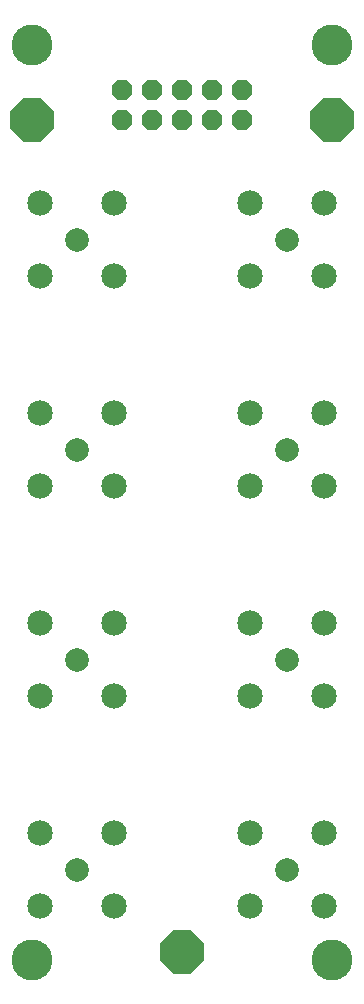
<source format=gbs>
G75*
G70*
%OFA0B0*%
%FSLAX24Y24*%
%IPPOS*%
%LPD*%
%AMOC8*
5,1,8,0,0,1.08239X$1,22.5*
%
%ADD10C,0.1365*%
%ADD11OC8,0.0680*%
%ADD12C,0.0789*%
%ADD13C,0.0848*%
%ADD14OC8,0.1440*%
D10*
X001150Y001150D03*
X011150Y001150D03*
X011150Y031650D03*
X001150Y031650D03*
D11*
X004150Y030150D03*
X004150Y029150D03*
X005150Y029150D03*
X005150Y030150D03*
X006150Y030150D03*
X006150Y029150D03*
X007150Y029150D03*
X007150Y030150D03*
X008150Y030150D03*
X008150Y029150D03*
D12*
X009650Y025150D03*
X009650Y018150D03*
X009650Y011150D03*
X009650Y004150D03*
X002650Y004150D03*
X002650Y011150D03*
X002650Y018150D03*
X002650Y025150D03*
D13*
X001430Y023930D03*
X001430Y026370D03*
X003870Y026370D03*
X003870Y023930D03*
X003870Y019370D03*
X003870Y016930D03*
X003870Y012370D03*
X003870Y009930D03*
X003870Y005370D03*
X003870Y002930D03*
X001430Y002930D03*
X001430Y005370D03*
X001430Y009930D03*
X001430Y012370D03*
X001430Y016930D03*
X001430Y019370D03*
X008430Y019370D03*
X008430Y016930D03*
X008430Y012370D03*
X008430Y009930D03*
X008430Y005370D03*
X008430Y002930D03*
X010870Y002930D03*
X010870Y005370D03*
X010870Y009930D03*
X010870Y012370D03*
X010870Y016930D03*
X010870Y019370D03*
X010870Y023930D03*
X010870Y026370D03*
X008430Y026370D03*
X008430Y023930D03*
D14*
X011150Y029150D03*
X001150Y029150D03*
X006150Y001400D03*
M02*

</source>
